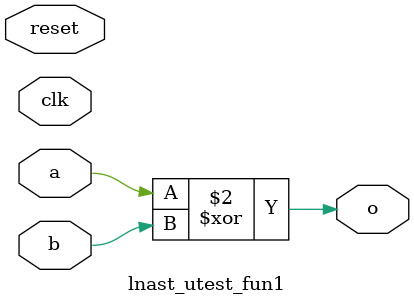
<source format=v>
module lnast_utest_fun1 (input clk,
                         input reset,
                         input a,
                         input b,
                         output o);
  always @(*) begin
    o = a ^ b;
  end
endmodule


</source>
